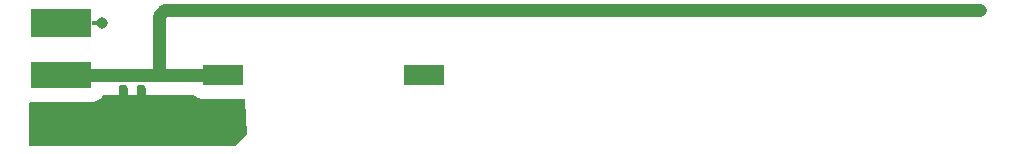
<source format=gbr>
%TF.GenerationSoftware,KiCad,Pcbnew,7.0.5*%
%TF.CreationDate,2026-01-01T17:31:19-06:00*%
%TF.ProjectId,Lora58thsStubShunt,4c6f7261-3538-4746-9873-537475625368,rev?*%
%TF.SameCoordinates,Original*%
%TF.FileFunction,Copper,L1,Top*%
%TF.FilePolarity,Positive*%
%FSLAX46Y46*%
G04 Gerber Fmt 4.6, Leading zero omitted, Abs format (unit mm)*
G04 Created by KiCad (PCBNEW 7.0.5) date 2026-01-01 17:31:19*
%MOMM*%
%LPD*%
G01*
G04 APERTURE LIST*
G04 Aperture macros list*
%AMRoundRect*
0 Rectangle with rounded corners*
0 $1 Rounding radius*
0 $2 $3 $4 $5 $6 $7 $8 $9 X,Y pos of 4 corners*
0 Add a 4 corners polygon primitive as box body*
4,1,4,$2,$3,$4,$5,$6,$7,$8,$9,$2,$3,0*
0 Add four circle primitives for the rounded corners*
1,1,$1+$1,$2,$3*
1,1,$1+$1,$4,$5*
1,1,$1+$1,$6,$7*
1,1,$1+$1,$8,$9*
0 Add four rect primitives between the rounded corners*
20,1,$1+$1,$2,$3,$4,$5,0*
20,1,$1+$1,$4,$5,$6,$7,0*
20,1,$1+$1,$6,$7,$8,$9,0*
20,1,$1+$1,$8,$9,$2,$3,0*%
G04 Aperture macros list end*
%TA.AperFunction,SMDPad,CuDef*%
%ADD10RoundRect,0.160000X-0.160000X0.197500X-0.160000X-0.197500X0.160000X-0.197500X0.160000X0.197500X0*%
%TD*%
%TA.AperFunction,SMDPad,CuDef*%
%ADD11R,5.080000X2.290000*%
%TD*%
%TA.AperFunction,SMDPad,CuDef*%
%ADD12R,5.080000X2.420000*%
%TD*%
%TA.AperFunction,SMDPad,CuDef*%
%ADD13R,0.950000X0.460000*%
%TD*%
%TA.AperFunction,ComponentPad*%
%ADD14C,0.970000*%
%TD*%
%TA.AperFunction,SMDPad,CuDef*%
%ADD15R,3.400000X1.800000*%
%TD*%
%TA.AperFunction,ViaPad*%
%ADD16C,0.600000*%
%TD*%
%TA.AperFunction,Conductor*%
%ADD17C,1.100000*%
%TD*%
%TA.AperFunction,Conductor*%
%ADD18C,0.770000*%
%TD*%
G04 APERTURE END LIST*
D10*
%TO.P,R2,1*%
%TO.N,Net-(J1-In)*%
X87000000Y-83002500D03*
%TO.P,R2,2*%
%TO.N,GND*%
X87000000Y-84197500D03*
%TD*%
%TO.P,R1,1*%
%TO.N,Net-(J1-In)*%
X88500000Y-83002500D03*
%TO.P,R1,2*%
%TO.N,GND*%
X88500000Y-84197500D03*
%TD*%
D11*
%TO.P,J1,1,In*%
%TO.N,Net-(J1-In)*%
X81780000Y-83000000D03*
D12*
%TO.P,J1,2,Ext*%
%TO.N,GND*%
X81780000Y-78620000D03*
X81780000Y-87380000D03*
D13*
X84770000Y-78620000D03*
X84770000Y-87380000D03*
D14*
X85220000Y-78620000D03*
X85220000Y-87380000D03*
%TD*%
D15*
%TO.P,J3,1,Pin_1*%
%TO.N,Net-(AE1-A)*%
X112500000Y-83000000D03*
%TD*%
%TO.P,J2,1,Pin_1*%
%TO.N,Net-(J1-In)*%
X95500000Y-83000000D03*
%TD*%
D16*
%TO.N,GND*%
X86500000Y-88500000D03*
X88500000Y-86500000D03*
X93750000Y-88500000D03*
X86000000Y-86500000D03*
X97025000Y-85900000D03*
X95175000Y-85900000D03*
X91775000Y-85500000D03*
X93325000Y-85900000D03*
X89500000Y-88500000D03*
X87000000Y-86500000D03*
X89925000Y-85525000D03*
X96000000Y-88500000D03*
X91500000Y-88500000D03*
X96975000Y-87300000D03*
%TD*%
D17*
%TO.N,Net-(J1-In)*%
X90500000Y-77500000D02*
X146000000Y-77500000D01*
X90350000Y-83000000D02*
X90347500Y-83002500D01*
X146000000Y-77500000D02*
X159552900Y-77500000D01*
X90000000Y-83002500D02*
X90000000Y-78000000D01*
X90000000Y-78000000D02*
X90500000Y-77500000D01*
X88500000Y-83002500D02*
X89000000Y-83002500D01*
X86997500Y-83000000D02*
X87000000Y-83002500D01*
X91650000Y-83000000D02*
X90350000Y-83000000D01*
X89000000Y-83002500D02*
X87000000Y-83002500D01*
X81780000Y-83000000D02*
X86997500Y-83000000D01*
X91650000Y-83000000D02*
X95500000Y-83000000D01*
X89000000Y-83002500D02*
X90347500Y-83002500D01*
D18*
%TO.N,GND*%
X87000000Y-84197500D02*
X87000000Y-84950000D01*
D17*
X87000000Y-84950000D02*
X87000000Y-86500000D01*
X88500000Y-84925000D02*
X88500000Y-86475000D01*
D18*
X88500000Y-84172500D02*
X88500000Y-84925000D01*
%TD*%
%TA.AperFunction,Conductor*%
%TO.N,GND*%
G36*
X86857357Y-84701132D02*
G01*
X86869445Y-84703000D01*
X86917215Y-84703000D01*
X86919792Y-84703123D01*
X86967332Y-84707691D01*
X87014605Y-84704971D01*
X87048099Y-84703045D01*
X87049650Y-84703000D01*
X88369445Y-84703000D01*
X88869445Y-84703000D01*
X89900618Y-84703000D01*
X89903716Y-84703177D01*
X89934675Y-84706752D01*
X90032045Y-84703019D01*
X90033070Y-84703000D01*
X90231502Y-84703000D01*
X90235116Y-84703243D01*
X90249542Y-84705189D01*
X90249546Y-84705188D01*
X90249548Y-84705189D01*
X90311858Y-84703994D01*
X90363789Y-84703000D01*
X90412677Y-84703000D01*
X90428185Y-84701808D01*
X90429700Y-84701736D01*
X90494268Y-84700500D01*
X91519445Y-84700500D01*
X92951079Y-84700500D01*
X92989263Y-84716316D01*
X93061858Y-84788911D01*
X93061863Y-84788914D01*
X93061865Y-84788916D01*
X93237762Y-84909409D01*
X93307561Y-84940227D01*
X93432815Y-84995532D01*
X93640370Y-85044349D01*
X93728985Y-85050500D01*
X97242277Y-85050500D01*
X97280461Y-85066316D01*
X97296143Y-85100711D01*
X97305975Y-85240529D01*
X97498272Y-87975438D01*
X97485173Y-88014638D01*
X97482589Y-88017410D01*
X96515816Y-88984184D01*
X96477632Y-89000000D01*
X81386156Y-89000000D01*
X79055032Y-88999511D01*
X79016851Y-88983687D01*
X79001043Y-88945500D01*
X79001051Y-88944602D01*
X79069390Y-85345435D01*
X79085927Y-85307562D01*
X79124404Y-85292474D01*
X79127118Y-85292594D01*
X79168985Y-85295500D01*
X79168988Y-85295500D01*
X84391015Y-85295500D01*
X84444182Y-85291809D01*
X84479630Y-85289349D01*
X84687185Y-85240532D01*
X84882237Y-85154409D01*
X85058142Y-85033911D01*
X85208911Y-84883142D01*
X85317938Y-84723982D01*
X85352564Y-84701419D01*
X85362487Y-84700500D01*
X86849115Y-84700500D01*
X86857357Y-84701132D01*
G37*
%TD.AperFunction*%
%TD*%
M02*

</source>
